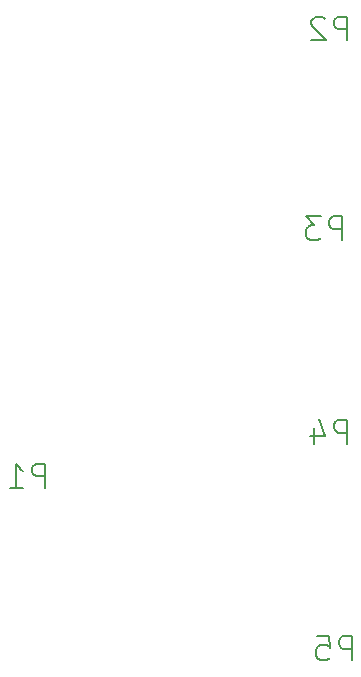
<source format=gbo>
G04 #@! TF.FileFunction,Legend,Bot*
%FSLAX46Y46*%
G04 Gerber Fmt 4.6, Leading zero omitted, Abs format (unit mm)*
G04 Created by KiCad (PCBNEW 4.0.2+dfsg1-stable) date Mo 06 Nov 2017 22:22:18 CET*
%MOMM*%
G01*
G04 APERTURE LIST*
%ADD10C,1.000000*%
%ADD11C,0.150000*%
G04 APERTURE END LIST*
D10*
D11*
X133708691Y-76276762D02*
X133708691Y-74276762D01*
X132946786Y-74276762D01*
X132756310Y-74372000D01*
X132661071Y-74467238D01*
X132565833Y-74657714D01*
X132565833Y-74943429D01*
X132661071Y-75133905D01*
X132756310Y-75229143D01*
X132946786Y-75324381D01*
X133708691Y-75324381D01*
X131803929Y-74467238D02*
X131708691Y-74372000D01*
X131518214Y-74276762D01*
X131042024Y-74276762D01*
X130851548Y-74372000D01*
X130756310Y-74467238D01*
X130661071Y-74657714D01*
X130661071Y-74848190D01*
X130756310Y-75133905D01*
X131899167Y-76276762D01*
X130661071Y-76276762D01*
X133708691Y-110426762D02*
X133708691Y-108426762D01*
X132946786Y-108426762D01*
X132756310Y-108522000D01*
X132661071Y-108617238D01*
X132565833Y-108807714D01*
X132565833Y-109093429D01*
X132661071Y-109283905D01*
X132756310Y-109379143D01*
X132946786Y-109474381D01*
X133708691Y-109474381D01*
X130851548Y-109093429D02*
X130851548Y-110426762D01*
X131327738Y-108331524D02*
X131803929Y-109760095D01*
X130565833Y-109760095D01*
X108143691Y-114132762D02*
X108143691Y-112132762D01*
X107381786Y-112132762D01*
X107191310Y-112228000D01*
X107096071Y-112323238D01*
X107000833Y-112513714D01*
X107000833Y-112799429D01*
X107096071Y-112989905D01*
X107191310Y-113085143D01*
X107381786Y-113180381D01*
X108143691Y-113180381D01*
X105096071Y-114132762D02*
X106238929Y-114132762D01*
X105667500Y-114132762D02*
X105667500Y-112132762D01*
X105857976Y-112418476D01*
X106048452Y-112608952D01*
X106238929Y-112704190D01*
X133258691Y-93176762D02*
X133258691Y-91176762D01*
X132496786Y-91176762D01*
X132306310Y-91272000D01*
X132211071Y-91367238D01*
X132115833Y-91557714D01*
X132115833Y-91843429D01*
X132211071Y-92033905D01*
X132306310Y-92129143D01*
X132496786Y-92224381D01*
X133258691Y-92224381D01*
X131449167Y-91176762D02*
X130211071Y-91176762D01*
X130877738Y-91938667D01*
X130592024Y-91938667D01*
X130401548Y-92033905D01*
X130306310Y-92129143D01*
X130211071Y-92319619D01*
X130211071Y-92795810D01*
X130306310Y-92986286D01*
X130401548Y-93081524D01*
X130592024Y-93176762D01*
X131163452Y-93176762D01*
X131353929Y-93081524D01*
X131449167Y-92986286D01*
X134108691Y-128726762D02*
X134108691Y-126726762D01*
X133346786Y-126726762D01*
X133156310Y-126822000D01*
X133061071Y-126917238D01*
X132965833Y-127107714D01*
X132965833Y-127393429D01*
X133061071Y-127583905D01*
X133156310Y-127679143D01*
X133346786Y-127774381D01*
X134108691Y-127774381D01*
X131156310Y-126726762D02*
X132108691Y-126726762D01*
X132203929Y-127679143D01*
X132108691Y-127583905D01*
X131918214Y-127488667D01*
X131442024Y-127488667D01*
X131251548Y-127583905D01*
X131156310Y-127679143D01*
X131061071Y-127869619D01*
X131061071Y-128345810D01*
X131156310Y-128536286D01*
X131251548Y-128631524D01*
X131442024Y-128726762D01*
X131918214Y-128726762D01*
X132108691Y-128631524D01*
X132203929Y-128536286D01*
M02*

</source>
